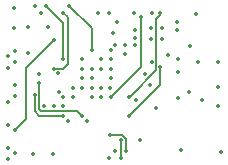
<source format=gbr>
G04 #@! TF.GenerationSoftware,KiCad,Pcbnew,(5.1.0)-1*
G04 #@! TF.CreationDate,2019-07-29T23:07:27-07:00*
G04 #@! TF.ProjectId,WireFreeV4_Release,57697265-4672-4656-9556-345f52656c65,rev?*
G04 #@! TF.SameCoordinates,Original*
G04 #@! TF.FileFunction,Copper,L4,Inr*
G04 #@! TF.FilePolarity,Positive*
%FSLAX46Y46*%
G04 Gerber Fmt 4.6, Leading zero omitted, Abs format (unit mm)*
G04 Created by KiCad (PCBNEW (5.1.0)-1) date 2019-07-29 23:07:27*
%MOMM*%
%LPD*%
G04 APERTURE LIST*
%ADD10C,0.355600*%
%ADD11C,0.152400*%
G04 APERTURE END LIST*
D10*
X139500000Y-85520000D03*
X133220000Y-84920000D03*
X130900980Y-97876440D03*
X139618720Y-88633300D03*
X139618720Y-89435940D03*
X139618720Y-90236040D03*
X138818620Y-90236040D03*
X138018520Y-90236040D03*
X137218420Y-89435940D03*
X137218420Y-90236040D03*
X137218420Y-91036140D03*
X138018520Y-91036140D03*
X138018520Y-92636340D03*
X136418320Y-92636340D03*
X136418320Y-91836240D03*
X138018520Y-91833700D03*
X133707460Y-85523800D03*
X138536000Y-85518720D03*
X131512960Y-88703529D03*
X134717439Y-97448819D03*
X132649860Y-86733200D03*
X148699220Y-91770620D03*
X148700000Y-89680000D03*
X143970000Y-86810000D03*
X143970000Y-87760000D03*
X143020000Y-87760000D03*
X141700000Y-88260000D03*
X141630000Y-85550000D03*
X142946120Y-91646580D03*
X145348960Y-92698840D03*
X146838960Y-85573840D03*
X137218420Y-91836240D03*
X145600000Y-97140000D03*
X139984601Y-97187940D03*
X141800000Y-92860000D03*
X140030000Y-88260000D03*
X138818620Y-89435940D03*
X143020000Y-86810000D03*
X139507080Y-97805160D03*
X130900820Y-89183580D03*
X131512960Y-97392860D03*
X130905900Y-96907720D03*
X147060000Y-89680000D03*
X147340000Y-92910000D03*
X139618720Y-91033600D03*
X133050000Y-97440000D03*
X131448039Y-86812839D03*
X148699220Y-93410620D03*
X143170000Y-85490000D03*
X148950000Y-97300000D03*
X146300000Y-92190000D03*
X143150000Y-89650000D03*
X131430000Y-85080000D03*
X142079000Y-96248220D03*
X140160000Y-86310000D03*
X143460000Y-93580000D03*
X145348957Y-90498843D03*
X140820000Y-88230000D03*
X134349860Y-86733200D03*
X132649860Y-88933200D03*
X139840000Y-87200000D03*
X140820000Y-89030000D03*
X138816760Y-92633800D03*
X138818900Y-91834720D03*
X139615500Y-91836240D03*
X139580000Y-95820000D03*
X140949800Y-97187940D03*
X140470000Y-96260000D03*
X140467200Y-97797540D03*
X145290000Y-86960000D03*
X146340000Y-88290000D03*
X141700000Y-86960000D03*
X145348960Y-89398840D03*
X141700000Y-87610000D03*
X145290000Y-86310000D03*
X136029700Y-94645480D03*
X137624820Y-94625160D03*
X131512960Y-95459922D03*
X134818900Y-87834720D03*
X130903360Y-94977322D03*
X135219440Y-92234180D03*
X130903360Y-93046924D03*
X135214360Y-90634820D03*
X134818900Y-93434720D03*
X131512960Y-92564325D03*
X131512960Y-91599126D03*
X133576054Y-90665300D03*
X130903360Y-90151327D03*
X135618900Y-94234720D03*
X133207750Y-92456000D03*
X137218900Y-94234720D03*
X131512960Y-89668728D03*
X133578600Y-91439966D03*
X135618900Y-89434720D03*
X134187524Y-84909120D03*
X134818900Y-90234720D03*
X135635322Y-85518720D03*
X138018900Y-88634720D03*
X136117922Y-84909120D03*
X135618900Y-92634720D03*
X142530000Y-90700000D03*
X141218900Y-94234720D03*
X143830002Y-90080000D03*
X135618900Y-93434720D03*
X144470000Y-89080000D03*
X134018900Y-93434720D03*
X143820000Y-85490000D03*
X141218900Y-92634720D03*
X139618900Y-92634720D03*
X142180000Y-85820000D03*
D11*
X140949800Y-96189800D02*
X140949800Y-97187940D01*
X139580000Y-95820000D02*
X140580000Y-95820000D01*
X140580000Y-95820000D02*
X140949800Y-96189800D01*
X140470000Y-96260000D02*
X140470000Y-97794740D01*
X140470000Y-97794740D02*
X140467200Y-97797540D01*
X131766959Y-95205923D02*
X131512960Y-95459922D01*
X132448300Y-94524582D02*
X131766959Y-95205923D01*
X132448300Y-90205320D02*
X132448300Y-94524582D01*
X134818900Y-87834720D02*
X132448300Y-90205320D01*
X133586940Y-94234720D02*
X133207750Y-93855530D01*
X135618900Y-94234720D02*
X133586940Y-94234720D01*
X133207750Y-93855530D02*
X133207750Y-92707447D01*
X133207750Y-92707447D02*
X133207750Y-92456000D01*
X137033901Y-94049721D02*
X137218900Y-94234720D01*
X136816860Y-93832680D02*
X137033901Y-94049721D01*
X133738620Y-93832680D02*
X136816860Y-93832680D01*
X133578600Y-91439966D02*
X133578600Y-93672660D01*
X133578600Y-93672660D02*
X133738620Y-93832680D01*
X135618900Y-86340496D02*
X134187524Y-84909120D01*
X135618900Y-89434720D02*
X135618900Y-86340496D01*
X134818900Y-90234720D02*
X135627160Y-90234720D01*
X135627160Y-90234720D02*
X136014460Y-89847420D01*
X136014460Y-89847420D02*
X136014460Y-85897858D01*
X136014460Y-85897858D02*
X135635322Y-85518720D01*
X138018900Y-86810098D02*
X136117922Y-84909120D01*
X138018900Y-88634720D02*
X138018900Y-86810098D01*
X143830002Y-91623618D02*
X143830002Y-90331447D01*
X143830002Y-90331447D02*
X143830002Y-90080000D01*
X141218900Y-94234720D02*
X143830002Y-91623618D01*
X143490000Y-90378692D02*
X141396699Y-92471993D01*
X141396699Y-92471993D02*
X141218900Y-92649792D01*
X143490000Y-86030000D02*
X143490000Y-90378692D01*
X143820000Y-85700000D02*
X143490000Y-86030000D01*
X143820000Y-85490000D02*
X143820000Y-85700000D01*
X142180000Y-86071447D02*
X142180000Y-85820000D01*
X142180000Y-90073620D02*
X142180000Y-86071447D01*
X139618900Y-92634720D02*
X142180000Y-90073620D01*
M02*

</source>
